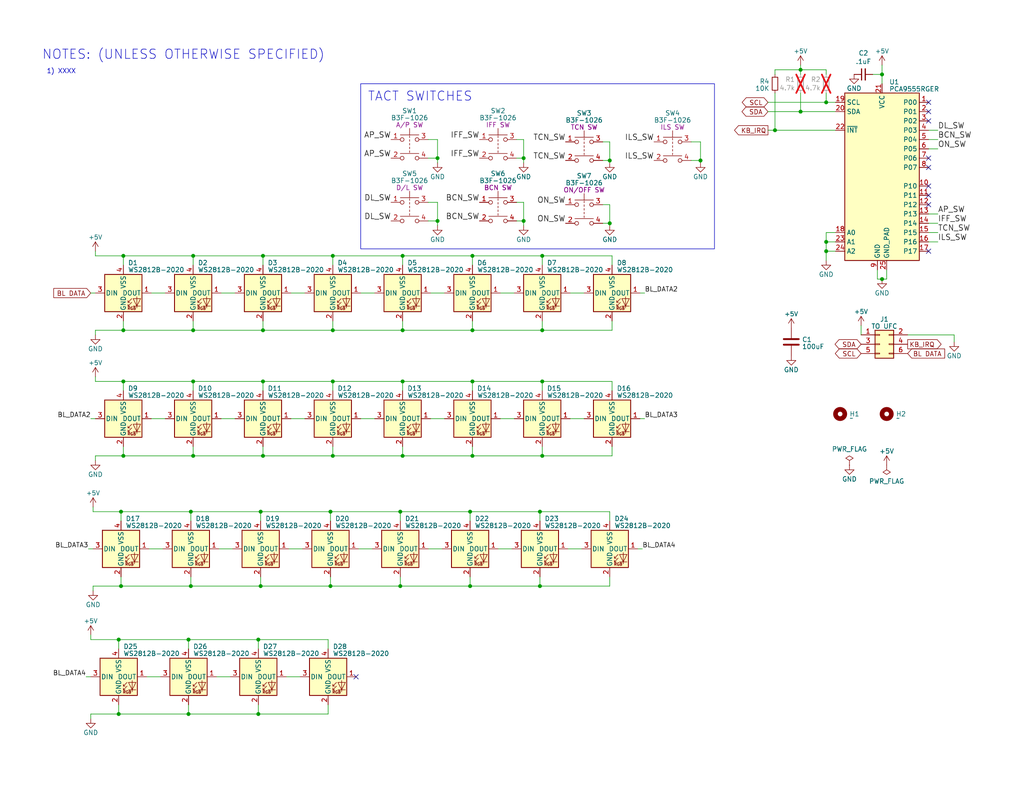
<source format=kicad_sch>
(kicad_sch (version 20231120) (generator "eeschema") (generator_version "8.0")
  (paper "A")
  (title_block (title "FUNCTION SELECT PCB") (date "2023-07-04") (rev "3") (company "WWW.OPENHORNET.COM") (comment 1 "CC BY-NC-SA"))
  (lib_symbols
    (symbol "Connector_Generic:Conn_02x03_Odd_Even" (pin_names (offset 1.016) hide)
      (property "Reference" "J" (at 1.27 5.08 0))
      (property "Value" "Conn_02x03_Odd_Even" (at 1.27 -5.08 0))
      (symbol "Conn_02x03_Odd_Even_1_1"
        (rectangle (start -1.27 -2.413) (end 0 -2.667) (stroke (width 0.1524)))
        (rectangle (start -1.27 0.127) (end 0 -0.127) (stroke (width 0.1524)))
        (rectangle (start -1.27 2.667) (end 0 2.413) (stroke (width 0.1524)))
        (rectangle (start -1.27 3.81) (end 3.81 -3.81) (stroke (width 0.254)) (fill (type background)))
        (rectangle (start 3.81 -2.413) (end 2.54 -2.667) (stroke (width 0.1524)))
        (rectangle (start 3.81 0.127) (end 2.54 -0.127) (stroke (width 0.1524)))
        (rectangle (start 3.81 2.667) (end 2.54 2.413) (stroke (width 0.1524)))
        (pin passive line (at -5.08 2.54 0) (length 3.81) (name "Pin_1") (number "1"))
        (pin passive line (at 7.62 2.54 180) (length 3.81) (name "Pin_2") (number "2"))
        (pin passive line (at -5.08 0 0) (length 3.81) (name "Pin_3") (number "3"))
        (pin passive line (at 7.62 0 180) (length 3.81) (name "Pin_4") (number "4"))
        (pin passive line (at -5.08 -2.54 0) (length 3.81) (name "Pin_5") (number "5"))
        (pin passive line (at 7.62 -2.54 180) (length 3.81) (name "Pin_6") (number "6"))
      )
    )
    (symbol "Device:C" (pin_numbers hide) (pin_names (offset 0.254))
      (property "Reference" "C" (at 0.635 2.54 0))
      (property "Value" "C" (at 0.635 -2.54 0))
      (symbol "C_0_1"
        (polyline (pts (xy -2.032 -0.762) (xy 2.032 -0.762)) (stroke (width 0.508)))
        (polyline (pts (xy -2.032 0.762) (xy 2.032 0.762)) (stroke (width 0.508)))
      )
      (symbol "C_1_1"
        (pin passive line (at 0 3.81 270) (length 2.794) (name "~") (number "1"))
        (pin passive line (at 0 -3.81 90) (length 2.794) (name "~") (number "2"))
      )
    )
    (symbol "Device:C_Small" (pin_numbers hide) (pin_names (offset 0.254) hide)
      (property "Reference" "C" (at 0.254 1.778 0))
      (property "Value" "C_Small" (at 0.254 -2.032 0))
      (symbol "C_Small_0_1"
        (polyline (pts (xy -1.524 -0.508) (xy 1.524 -0.508)) (stroke (width 0.3302)))
        (polyline (pts (xy -1.524 0.508) (xy 1.524 0.508)) (stroke (width 0.3048)))
      )
      (symbol "C_Small_1_1"
        (pin passive line (at 0 2.54 270) (length 2.032) (name "~") (number "1"))
        (pin passive line (at 0 -2.54 90) (length 2.032) (name "~") (number "2"))
      )
    )
    (symbol "Device:R_Small" (pin_numbers hide) (pin_names (offset 0.254) hide)
      (property "Reference" "R" (at 0.762 0.508 0))
      (property "Value" "R_Small" (at 0.762 -1.016 0))
      (symbol "R_Small_0_1"
        (rectangle (start -0.762 1.778) (end 0.762 -1.778) (stroke (width 0.2032)))
      )
      (symbol "R_Small_1_1"
        (pin passive line (at 0 2.54 270) (length 0.762) (name "~") (number "1"))
        (pin passive line (at 0 -2.54 90) (length 0.762) (name "~") (number "2"))
      )
    )
    (symbol "KiCadCustomLib:Omron_B3F-1026" (pin_names (offset 1.016) hide)
      (property "Reference" "SW" (at 1.27 2.54 0))
      (property "Value" "Omron_B3F-1026" (at 0 -6.858 0))
      (symbol "Omron_B3F-1026_0_1"
        (circle (center -2.032 -5.08) (radius 0.508))
        (circle (center -2.032 0) (radius 0.508))
        (polyline (pts (xy 0 -3.048) (xy 0 -3.556)))
        (polyline (pts (xy 0 -2.032) (xy 0 -2.54)))
        (polyline (pts (xy 0 -1.524) (xy 0 -1.016)))
        (polyline (pts (xy 0 -0.508) (xy 0 0)))
        (polyline (pts (xy 0 0.508) (xy 0 1.016)))
        (polyline (pts (xy 0 1.27) (xy 0 3.048)))
        (polyline (pts (xy 2.54 -3.81) (xy -2.54 -3.81)))
        (polyline (pts (xy 2.54 1.27) (xy -2.54 1.27)))
        (circle (center 2.032 -5.08) (radius 0.508))
        (circle (center 2.032 0) (radius 0.508))
        (pin passive line (at -5.08 0 0) (length 2.54) (name "1") (number "1"))
        (pin passive line (at -5.08 -5.08 0) (length 2.54) (name "2") (number "2"))
        (pin passive line (at 5.08 0 180) (length 2.54) (name "3") (number "3"))
        (pin passive line (at 5.08 -5.08 180) (length 2.54) (name "4") (number "4"))
      )
    )
    (symbol "KiCadCustomLib:PCA9555RGER"
      (property "Reference" "U" (at 8.89 26.67 0))
      (property "Value" "PCA9555RGER" (at 1.27 24.13 0))
      (symbol "PCA9555RGER_1_1"
        (rectangle (start -10.16 22.86) (end 10.16 -22.86) (stroke (width 0.254)) (fill (type background)))
        (pin bidirectional line (at 12.7 20.32 180) (length 2.54) (name "P00") (number "1"))
        (pin bidirectional line (at 12.7 -2.54 180) (length 2.54) (name "P10") (number "10"))
        (pin bidirectional line (at 12.7 -5.08 180) (length 2.54) (name "P11") (number "11"))
        (pin bidirectional line (at 12.7 -7.62 180) (length 2.54) (name "P12") (number "12"))
        (pin bidirectional line (at 12.7 -10.16 180) (length 2.54) (name "P13") (number "13"))
        (pin bidirectional line (at 12.7 -12.7 180) (length 2.54) (name "P14") (number "14"))
        (pin bidirectional line (at 12.7 -15.24 180) (length 2.54) (name "P15") (number "15"))
        (pin bidirectional line (at 12.7 -17.78 180) (length 2.54) (name "P16") (number "16"))
        (pin bidirectional line (at 12.7 -20.32 180) (length 2.54) (name "P17") (number "17"))
        (pin input line (at -12.7 -15.24 0) (length 2.54) (name "A0") (number "18"))
        (pin input line (at -12.7 20.32 0) (length 2.54) (name "SCL") (number "19"))
        (pin bidirectional line (at 12.7 17.78 180) (length 2.54) (name "P01") (number "2"))
        (pin bidirectional line (at -12.7 17.78 0) (length 2.54) (name "SDA") (number "20"))
        (pin power_in line (at 0 25.4 270) (length 2.54) (name "VCC") (number "21"))
        (pin open_collector line (at -12.7 12.7 0) (length 2.54) (name "~{INT}") (number "22"))
        (pin input line (at -12.7 -17.78 0) (length 2.54) (name "A1") (number "23"))
        (pin input line (at -12.7 -20.32 0) (length 2.54) (name "A2") (number "24"))
        (pin power_in line (at 1.27 -25.4 90) (length 2.54) (name "GND_PAD") (number "25"))
        (pin bidirectional line (at 12.7 15.24 180) (length 2.54) (name "P02") (number "3"))
        (pin bidirectional line (at 12.7 12.7 180) (length 2.54) (name "P03") (number "4"))
        (pin bidirectional line (at 12.7 10.16 180) (length 2.54) (name "P04") (number "5"))
        (pin bidirectional line (at 12.7 7.62 180) (length 2.54) (name "P05") (number "6"))
        (pin bidirectional line (at 12.7 5.08 180) (length 2.54) (name "P06") (number "7"))
        (pin bidirectional line (at 12.7 2.54 180) (length 2.54) (name "P07") (number "8"))
        (pin power_in line (at -1.27 -25.4 90) (length 2.54) (name "GND") (number "9"))
      )
    )
    (symbol "Mechanical:MountingHole" (pin_names (offset 1.016))
      (property "Reference" "H" (at 0 5.08 0))
      (property "Value" "MountingHole" (at 0 3.175 0))
      (symbol "MountingHole_0_1"
        (circle (center 0 0) (radius 1.27) (stroke (width 1.27)))
      )
    )
    (symbol "OH_Symbols:WS2812B-2020" (pin_names (offset 0.254))
      (property "Reference" "D" (at 5.08 5.715 0))
      (property "Value" "WS2812B-2020" (at 1.27 -5.715 0))
      (symbol "WS2812B-2020_0_0"
        (text "RGB" (at 2.286 -4.191 0) (effects (font (size 0.762 0.762))))
      )
      (symbol "WS2812B-2020_0_1"
        (polyline (pts (xy 1.27 -3.556) (xy 1.778 -3.556)))
        (polyline (pts (xy 1.27 -2.54) (xy 1.778 -2.54)))
        (polyline (pts (xy 4.699 -3.556) (xy 2.667 -3.556)))
        (polyline (pts (xy 2.286 -2.54) (xy 1.27 -3.556) (xy 1.27 -3.048)))
        (polyline (pts (xy 2.286 -1.524) (xy 1.27 -2.54) (xy 1.27 -2.032)))
        (polyline (pts (xy 3.683 -1.016) (xy 3.683 -3.556) (xy 3.683 -4.064)))
        (polyline (pts (xy 4.699 -1.524) (xy 2.667 -1.524) (xy 3.683 -3.556) (xy 4.699 -1.524)))
        (rectangle (start 5.08 5.08) (end -5.08 -5.08) (stroke (width 0.254)) (fill (type background)))
      )
      (symbol "WS2812B-2020_1_1"
        (pin output line (at 7.62 0 180) (length 2.54) (name "DOUT") (number "1"))
        (pin power_in line (at 0 -7.62 90) (length 2.54) (name "GND") (number "2"))
        (pin input line (at -7.62 0 0) (length 2.54) (name "DIN") (number "3"))
        (pin power_in line (at 0 7.62 270) (length 2.54) (name "VSS") (number "4"))
      )
    )
    (symbol "power:+5V" (power) (pin_names (offset 0))
      (property "Value" "+5V" (at 0 3.556 0))
      (symbol "+5V_0_1"
        (polyline (pts (xy -0.762 1.27) (xy 0 2.54)))
        (polyline (pts (xy 0 0) (xy 0 2.54)))
        (polyline (pts (xy 0 2.54) (xy 0.762 1.27)))
      )
      (symbol "+5V_1_1"
        (pin power_in line (at 0 0 90) (length 0) hide (name "+5V") (number "1"))
      )
    )
    (symbol "power:GND" (power) (pin_names (offset 0))
      (property "Value" "GND" (at 0 -3.81 0))
      (symbol "GND_0_1"
        (polyline (pts (xy 0 0) (xy 0 -1.27) (xy 1.27 -1.27) (xy 0 -2.54) (xy -1.27 -1.27) (xy 0 -1.27)))
      )
      (symbol "GND_1_1"
        (pin power_in line (at 0 0 270) (length 0) hide (name "GND") (number "1"))
      )
    )
    (symbol "power:PWR_FLAG" (power) (pin_numbers hide) (pin_names (offset 0) hide)
      (property "Value" "PWR_FLAG" (at 0 3.81 0))
      (symbol "PWR_FLAG_0_0"
        (pin power_out line (at 0 0 90) (length 0) (name "pwr") (number "1"))
      )
      (symbol "PWR_FLAG_0_1"
        (polyline (pts (xy 0 0) (xy 0 1.27) (xy -1.016 1.905) (xy 0 2.54) (xy 1.016 1.905) (xy 0 1.27)))
      )
    )
  )
  (junction (at 71.755 124.46))
  (junction (at 218.44 30.48))
  (junction (at 225.425 27.94))
  (junction (at 166.37 43.815))
  (junction (at 90.17 139.7))
  (junction (at 70.485 194.945))
  (junction (at 128.905 104.14))
  (junction (at 52.705 90.17))
  (junction (at 128.27 160.02))
  (junction (at 71.755 90.17))
  (junction (at 142.875 60.325))
  (junction (at 147.955 69.85))
  (junction (at 33.02 160.02))
  (junction (at 218.44 19.05))
  (junction (at 33.655 69.85))
  (junction (at 33.655 104.14))
  (junction (at 109.855 104.14))
  (junction (at 32.385 194.945))
  (junction (at 51.435 194.945))
  (junction (at 240.665 76.2))
  (junction (at 71.755 69.85))
  (junction (at 52.07 160.02))
  (junction (at 52.705 69.85))
  (junction (at 109.22 160.02))
  (junction (at 90.805 104.14))
  (junction (at 128.27 139.7))
  (junction (at 33.02 139.7))
  (junction (at 109.855 90.17))
  (junction (at 147.32 139.7))
  (junction (at 71.755 104.14))
  (junction (at 109.855 69.85))
  (junction (at 90.805 124.46))
  (junction (at 119.38 60.325))
  (junction (at 211.455 35.56))
  (junction (at 191.135 43.815))
  (junction (at 128.905 69.85))
  (junction (at 225.425 66.04))
  (junction (at 225.425 68.58))
  (junction (at 90.805 69.85))
  (junction (at 90.805 90.17))
  (junction (at 128.905 90.17))
  (junction (at 142.875 43.18))
  (junction (at 52.07 139.7))
  (junction (at 147.955 104.14))
  (junction (at 90.17 160.02))
  (junction (at 119.38 43.18))
  (junction (at 240.665 20.32))
  (junction (at 147.32 160.02))
  (junction (at 147.955 90.17))
  (junction (at 52.705 104.14))
  (junction (at 70.485 174.625))
  (junction (at 32.385 174.625))
  (junction (at 166.37 60.96))
  (junction (at 52.705 124.46))
  (junction (at 51.435 174.625))
  (junction (at 71.12 160.02))
  (junction (at 147.955 124.46))
  (junction (at 33.655 124.46))
  (junction (at 128.905 124.46))
  (junction (at 109.22 139.7))
  (junction (at 109.855 124.46))
  (junction (at 33.655 90.17))
  (junction (at 71.12 139.7))
  (no_connect (at 253.365 55.88))
  (no_connect (at 253.365 45.72))
  (no_connect (at 253.365 43.18))
  (no_connect (at 97.155 184.785))
  (no_connect (at 253.365 33.02))
  (no_connect (at 253.365 50.8))
  (no_connect (at 253.365 53.34))
  (no_connect (at 253.365 27.94))
  (no_connect (at 253.365 30.48))
  (no_connect (at 253.365 68.58))
  (wire (pts (xy 241.935 73.66) (xy 241.935 76.2)))
  (wire (pts (xy 253.365 58.42) (xy 255.905 58.42)))
  (wire (pts (xy 25.4 160.02) (xy 25.4 161.29)))
  (wire (pts (xy 142.875 44.45) (xy 142.875 43.18)))
  (wire (pts (xy 253.365 40.64) (xy 255.905 40.64)))
  (wire (pts (xy 260.35 93.345) (xy 260.35 91.44)))
  (wire (pts (xy 89.535 174.625) (xy 89.535 177.165)))
  (wire (pts (xy 26.035 124.46) (xy 33.655 124.46)))
  (wire (pts (xy 225.425 68.58) (xy 225.425 66.04)))
  (wire (pts (xy 191.135 38.735) (xy 188.595 38.735)))
  (wire (pts (xy 78.74 149.86) (xy 82.55 149.86)))
  (wire (pts (xy 174.625 114.3) (xy 175.895 114.3)))
  (wire (pts (xy 147.955 69.85) (xy 167.005 69.85)))
  (wire (pts (xy 26.035 69.85) (xy 33.655 69.85)))
  (wire (pts (xy 52.705 104.14) (xy 52.705 106.68)))
  (wire (pts (xy 147.955 104.14) (xy 167.005 104.14)))
  (wire (pts (xy 253.365 35.56) (xy 255.905 35.56)))
  (wire (pts (xy 128.905 124.46) (xy 147.955 124.46)))
  (wire (pts (xy 71.755 69.85) (xy 71.755 72.39)))
  (wire (pts (xy 32.385 174.625) (xy 32.385 177.165)))
  (wire (pts (xy 70.485 174.625) (xy 70.485 177.165)))
  (wire (pts (xy 59.055 184.785) (xy 62.865 184.785)))
  (wire (pts (xy 26.035 90.17) (xy 26.035 91.44)))
  (wire (pts (xy 135.89 149.86) (xy 139.7 149.86)))
  (wire (pts (xy 26.035 104.14) (xy 33.655 104.14)))
  (wire (pts (xy 32.385 174.625) (xy 51.435 174.625)))
  (wire (pts (xy 128.905 69.85) (xy 147.955 69.85)))
  (wire (pts (xy 119.38 55.245) (xy 116.84 55.245)))
  (wire (pts (xy 109.855 90.17) (xy 128.905 90.17)))
  (wire (pts (xy 209.55 30.48) (xy 218.44 30.48)))
  (wire (pts (xy 41.275 80.01) (xy 45.085 80.01)))
  (wire (pts (xy 90.805 104.14) (xy 90.805 106.68)))
  (wire (pts (xy 209.55 35.56) (xy 211.455 35.56)))
  (wire (pts (xy 40.005 184.785) (xy 43.815 184.785)))
  (wire (pts (xy 119.38 60.325) (xy 119.38 55.245)))
  (wire (pts (xy 70.485 194.945) (xy 89.535 194.945)))
  (wire (pts (xy 154.94 149.86) (xy 158.75 149.86)))
  (wire (pts (xy 90.805 69.85) (xy 90.805 72.39)))
  (wire (pts (xy 119.38 43.18) (xy 119.38 38.1)))
  (wire (pts (xy 147.955 104.14) (xy 147.955 106.68)))
  (wire (pts (xy 24.765 80.01) (xy 26.035 80.01)))
  (wire (pts (xy 147.32 157.48) (xy 147.32 160.02)))
  (wire (pts (xy 25.4 139.7) (xy 33.02 139.7)))
  (wire (pts (xy 239.395 73.66) (xy 239.395 76.2)))
  (wire (pts (xy 128.905 87.63) (xy 128.905 90.17)))
  (wire (pts (xy 33.655 69.85) (xy 33.655 72.39)))
  (wire (pts (xy 142.875 43.18) (xy 142.875 38.1)))
  (wire (pts (xy 25.4 138.43) (xy 25.4 139.7)))
  (wire (pts (xy 33.02 139.7) (xy 52.07 139.7)))
  (wire (pts (xy 240.665 20.32) (xy 240.665 17.78)))
  (wire (pts (xy 191.135 43.815) (xy 191.135 38.735)))
  (wire (pts (xy 147.955 69.85) (xy 147.955 72.39)))
  (wire (pts (xy 33.02 139.7) (xy 33.02 142.24)))
  (wire (pts (xy 90.17 160.02) (xy 109.22 160.02)))
  (wire (pts (xy 227.965 68.58) (xy 225.425 68.58)))
  (wire (pts (xy 116.84 60.325) (xy 119.38 60.325)))
  (wire (pts (xy 71.12 139.7) (xy 90.17 139.7)))
  (wire (pts (xy 109.855 69.85) (xy 128.905 69.85)))
  (wire (pts (xy 238.125 20.32) (xy 240.665 20.32)))
  (wire (pts (xy 70.485 174.625) (xy 89.535 174.625)))
  (wire (pts (xy 147.32 139.7) (xy 166.37 139.7)))
  (wire (pts (xy 59.69 149.86) (xy 63.5 149.86)))
  (wire (pts (xy 24.765 194.945) (xy 32.385 194.945)))
  (wire (pts (xy 155.575 80.01) (xy 159.385 80.01)))
  (wire (pts (xy 167.005 104.14) (xy 167.005 106.68)))
  (wire (pts (xy 109.22 139.7) (xy 109.22 142.24)))
  (wire (pts (xy 128.905 104.14) (xy 128.905 106.68)))
  (wire (pts (xy 97.79 149.86) (xy 101.6 149.86)))
  (wire (pts (xy 167.005 87.63) (xy 167.005 90.17)))
  (wire (pts (xy 225.425 20.32) (xy 225.425 19.05)))
  (wire (pts (xy 32.385 192.405) (xy 32.385 194.945)))
  (wire (pts (xy 128.27 157.48) (xy 128.27 160.02)))
  (wire (pts (xy 225.425 63.5) (xy 227.965 63.5)))
  (wire (pts (xy 240.665 76.2) (xy 241.935 76.2)))
  (wire (pts (xy 128.27 139.7) (xy 147.32 139.7)))
  (wire (pts (xy 90.17 139.7) (xy 90.17 142.24)))
  (wire (pts (xy 33.655 87.63) (xy 33.655 90.17)))
  (wire (pts (xy 253.365 63.5) (xy 255.905 63.5)))
  (wire (pts (xy 52.07 139.7) (xy 71.12 139.7)))
  (wire (pts (xy 166.37 60.96) (xy 166.37 55.88)))
  (wire (pts (xy 33.655 69.85) (xy 52.705 69.85)))
  (wire (pts (xy 166.37 38.735) (xy 166.37 43.815)))
  (wire (pts (xy 71.755 104.14) (xy 90.805 104.14)))
  (wire (pts (xy 142.875 38.1) (xy 140.97 38.1)))
  (wire (pts (xy 32.385 194.945) (xy 51.435 194.945)))
  (wire (pts (xy 24.765 114.3) (xy 26.035 114.3)))
  (wire (pts (xy 33.655 104.14) (xy 33.655 106.68)))
  (wire (pts (xy 98.425 114.3) (xy 102.235 114.3)))
  (wire (pts (xy 119.38 44.45) (xy 119.38 43.18)))
  (wire (pts (xy 166.37 43.815) (xy 166.37 44.45)))
  (wire (pts (xy 136.525 80.01) (xy 140.335 80.01)))
  (wire (pts (xy 51.435 174.625) (xy 51.435 177.165)))
  (wire (pts (xy 128.905 90.17) (xy 147.955 90.17)))
  (wire (pts (xy 188.595 43.815) (xy 191.135 43.815)))
  (wire (pts (xy 23.495 184.785) (xy 24.765 184.785)))
  (wire (pts (xy 109.22 160.02) (xy 128.27 160.02)))
  (wire (pts (xy 33.655 121.92) (xy 33.655 124.46)))
  (wire (pts (xy 116.84 43.18) (xy 119.38 43.18)))
  (wire (pts (xy 33.02 157.48) (xy 33.02 160.02)))
  (wire (pts (xy 52.705 121.92) (xy 52.705 124.46)))
  (wire (pts (xy 142.875 61.595) (xy 142.875 60.325)))
  (wire (pts (xy 26.035 102.87) (xy 26.035 104.14)))
  (wire (pts (xy 51.435 174.625) (xy 70.485 174.625)))
  (wire (pts (xy 90.805 87.63) (xy 90.805 90.17)))
  (wire (pts (xy 98.425 80.01) (xy 102.235 80.01)))
  (wire (pts (xy 128.905 69.85) (xy 128.905 72.39)))
  (wire (pts (xy 70.485 192.405) (xy 70.485 194.945)))
  (wire (pts (xy 167.005 121.92) (xy 167.005 124.46)))
  (wire (pts (xy 166.37 139.7) (xy 166.37 142.24)))
  (wire (pts (xy 52.07 157.48) (xy 52.07 160.02)))
  (wire (pts (xy 52.07 160.02) (xy 71.12 160.02)))
  (wire (pts (xy 33.655 124.46) (xy 52.705 124.46)))
  (wire (pts (xy 78.105 184.785) (xy 81.915 184.785)))
  (wire (pts (xy 60.325 80.01) (xy 64.135 80.01)))
  (wire (pts (xy 90.17 157.48) (xy 90.17 160.02)))
  (wire (pts (xy 109.855 121.92) (xy 109.855 124.46)))
  (wire (pts (xy 24.765 173.355) (xy 24.765 174.625)))
  (wire (pts (xy 225.425 66.04) (xy 227.965 66.04)))
  (wire (pts (xy 211.455 20.32) (xy 211.455 19.05)))
  (wire (pts (xy 90.805 104.14) (xy 109.855 104.14)))
  (wire (pts (xy 90.805 124.46) (xy 109.855 124.46)))
  (wire (pts (xy 90.805 121.92) (xy 90.805 124.46)))
  (wire (pts (xy 147.955 87.63) (xy 147.955 90.17)))
  (wire (pts (xy 225.425 71.12) (xy 225.425 68.58)))
  (wire (pts (xy 26.035 68.58) (xy 26.035 69.85)))
  (wire (pts (xy 218.44 25.4) (xy 218.44 30.48)))
  (wire (pts (xy 225.425 27.94) (xy 227.965 27.94)))
  (wire (pts (xy 211.455 35.56) (xy 227.965 35.56)))
  (wire (pts (xy 234.95 88.9) (xy 234.95 91.44)))
  (wire (pts (xy 51.435 194.945) (xy 70.485 194.945)))
  (wire (pts (xy 119.38 38.1) (xy 116.84 38.1)))
  (wire (pts (xy 71.12 160.02) (xy 90.17 160.02)))
  (wire (pts (xy 218.44 17.78) (xy 218.44 19.05)))
  (wire (pts (xy 24.765 174.625) (xy 32.385 174.625)))
  (wire (pts (xy 147.32 139.7) (xy 147.32 142.24)))
  (wire (pts (xy 166.37 55.88) (xy 164.465 55.88)))
  (wire (pts (xy 52.705 87.63) (xy 52.705 90.17)))
  (wire (pts (xy 109.855 69.85) (xy 109.855 72.39)))
  (wire (pts (xy 128.905 121.92) (xy 128.905 124.46)))
  (wire (pts (xy 128.27 139.7) (xy 128.27 142.24)))
  (wire (pts (xy 116.84 149.86) (xy 120.65 149.86)))
  (wire (pts (xy 166.37 61.595) (xy 166.37 60.96)))
  (wire (pts (xy 25.4 160.02) (xy 33.02 160.02)))
  (wire (pts (xy 218.44 19.05) (xy 225.425 19.05)))
  (wire (pts (xy 71.755 124.46) (xy 90.805 124.46)))
  (wire (pts (xy 52.07 139.7) (xy 52.07 142.24)))
  (wire (pts (xy 128.27 160.02) (xy 147.32 160.02)))
  (wire (pts (xy 166.37 38.735) (xy 164.465 38.735)))
  (wire (pts (xy 52.705 69.85) (xy 71.755 69.85)))
  (wire (pts (xy 142.875 55.245) (xy 140.97 55.245)))
  (wire (pts (xy 174.625 80.01) (xy 175.895 80.01)))
  (wire (pts (xy 209.55 27.94) (xy 225.425 27.94)))
  (wire (pts (xy 71.755 87.63) (xy 71.755 90.17)))
  (wire (pts (xy 173.99 149.86) (xy 175.26 149.86)))
  (wire (pts (xy 225.425 25.4) (xy 225.425 27.94)))
  (wire (pts (xy 33.02 160.02) (xy 52.07 160.02)))
  (wire (pts (xy 166.37 157.48) (xy 166.37 160.02)))
  (wire (pts (xy 164.465 43.815) (xy 166.37 43.815)))
  (wire (pts (xy 218.44 30.48) (xy 227.965 30.48)))
  (wire (pts (xy 147.32 160.02) (xy 166.37 160.02)))
  (wire (pts (xy 240.665 20.32) (xy 240.665 22.86)))
  (wire (pts (xy 211.455 19.05) (xy 218.44 19.05)))
  (wire (pts (xy 218.44 19.05) (xy 218.44 20.32)))
  (wire (pts (xy 109.855 104.14) (xy 109.855 106.68)))
  (wire (pts (xy 119.38 61.595) (xy 119.38 60.325)))
  (wire (pts (xy 40.64 149.86) (xy 44.45 149.86)))
  (wire (pts (xy 211.455 25.4) (xy 211.455 35.56)))
  (wire (pts (xy 142.875 60.325) (xy 142.875 55.245)))
  (wire (pts (xy 71.755 90.17) (xy 90.805 90.17)))
  (wire (pts (xy 239.395 76.2) (xy 240.665 76.2)))
  (wire (pts (xy 24.765 194.945) (xy 24.765 196.215)))
  (wire (pts (xy 109.855 87.63) (xy 109.855 90.17)))
  (wire (pts (xy 90.17 139.7) (xy 109.22 139.7)))
  (wire (pts (xy 41.275 114.3) (xy 45.085 114.3)))
  (wire (pts (xy 60.325 114.3) (xy 64.135 114.3)))
  (wire (pts (xy 117.475 80.01) (xy 121.285 80.01)))
  (wire (pts (xy 167.005 69.85) (xy 167.005 72.39)))
  (wire (pts (xy 191.135 44.45) (xy 191.135 43.815)))
  (wire (pts (xy 79.375 114.3) (xy 83.185 114.3)))
  (wire (pts (xy 140.97 60.325) (xy 142.875 60.325)))
  (wire (pts (xy 128.905 104.14) (xy 147.955 104.14)))
  (wire (pts (xy 109.855 124.46) (xy 128.905 124.46)))
  (wire (pts (xy 140.97 43.18) (xy 142.875 43.18)))
  (wire (pts (xy 147.955 124.46) (xy 167.005 124.46)))
  (wire (pts (xy 260.35 91.44) (xy 247.65 91.44)))
  (wire (pts (xy 117.475 114.3) (xy 121.285 114.3)))
  (wire (pts (xy 52.705 90.17) (xy 71.755 90.17)))
  (wire (pts (xy 52.705 124.46) (xy 71.755 124.46)))
  (wire (pts (xy 253.365 60.96) (xy 255.905 60.96)))
  (wire (pts (xy 26.035 124.46) (xy 26.035 125.73)))
  (wire (pts (xy 253.365 38.1) (xy 255.905 38.1)))
  (wire (pts (xy 71.12 157.48) (xy 71.12 160.02)))
  (wire (pts (xy 79.375 80.01) (xy 83.185 80.01)))
  (wire (pts (xy 24.13 149.86) (xy 25.4 149.86)))
  (wire (pts (xy 147.955 90.17) (xy 167.005 90.17)))
  (wire (pts (xy 147.955 121.92) (xy 147.955 124.46)))
  (wire (pts (xy 89.535 192.405) (xy 89.535 194.945)))
  (wire (pts (xy 71.755 104.14) (xy 71.755 106.68)))
  (wire (pts (xy 90.805 69.85) (xy 109.855 69.85)))
  (wire (pts (xy 164.465 60.96) (xy 166.37 60.96)))
  (wire (pts (xy 253.365 66.04) (xy 255.905 66.04)))
  (wire (pts (xy 52.705 104.14) (xy 71.755 104.14)))
  (wire (pts (xy 26.035 90.17) (xy 33.655 90.17)))
  (wire (pts (xy 33.655 90.17) (xy 52.705 90.17)))
  (wire (pts (xy 33.655 104.14) (xy 52.705 104.14)))
  (wire (pts (xy 71.12 139.7) (xy 71.12 142.24)))
  (wire (pts (xy 225.425 66.04) (xy 225.425 63.5)))
  (wire (pts (xy 52.705 69.85) (xy 52.705 72.39)))
  (wire (pts (xy 155.575 114.3) (xy 159.385 114.3)))
  (wire (pts (xy 136.525 114.3) (xy 140.335 114.3)))
  (wire (pts (xy 90.805 90.17) (xy 109.855 90.17)))
  (wire (pts (xy 109.22 157.48) (xy 109.22 160.02)))
  (wire (pts (xy 71.755 69.85) (xy 90.805 69.85)))
  (wire (pts (xy 109.22 139.7) (xy 128.27 139.7)))
  (wire (pts (xy 71.755 121.92) (xy 71.755 124.46)))
  (wire (pts (xy 51.435 192.405) (xy 51.435 194.945)))
  (wire (pts (xy 109.855 104.14) (xy 128.905 104.14)))
  (text_box "TACT SWITCHES" (at 98.425 22.86 0) (size 96.52 45.085) (effects (font (size 2.5 2.5)) (justify left top)))
  (text "NOTES: (UNLESS OTHERWISE SPECIFIED)" (at 11.43 16.51 0) (effects (font (size 2.54 2.54)) (justify left bottom)))
  (text "1) XXXX" (at 12.7 20.32 0) (effects (font (size 1.27 1.27)) (justify left bottom)))
  (label "BL_DATA2" (at 24.765 114.3 180))
  (label "DL_SW" (at 106.68 55.245 180) (effects (font (size 1.524 1.524))))
  (label "IFF_SW" (at 130.81 43.18 180) (effects (font (size 1.524 1.524))))
  (label "ON_SW" (at 255.905 40.64 0) (effects (font (size 1.524 1.524))))
  (label "BL_DATA4" (at 23.495 184.785 180))
  (label "BL_DATA2" (at 175.895 80.01 0))
  (label "BL_DATA3" (at 175.895 114.3 0))
  (label "ILS_SW" (at 178.435 38.735 180) (effects (font (size 1.524 1.524))))
  (label "TCN_SW" (at 154.305 43.815 180) (effects (font (size 1.524 1.524))))
  (label "IFF_SW" (at 130.81 38.1 180) (effects (font (size 1.524 1.524))))
  (label "IFF_SW" (at 255.905 60.96 0) (effects (font (size 1.524 1.524))))
  (label "BL_DATA4" (at 175.26 149.86 0))
  (label "AP_SW" (at 106.68 38.1 180) (effects (font (size 1.524 1.524))))
  (label "ILS_SW" (at 178.435 43.815 180) (effects (font (size 1.524 1.524))))
  (label "ON_SW" (at 154.305 55.88 180) (effects (font (size 1.524 1.524))))
  (label "BL_DATA3" (at 24.13 149.86 180))
  (label "BCN_SW" (at 255.905 38.1 0) (effects (font (size 1.524 1.524))))
  (label "AP_SW" (at 106.68 43.18 180) (effects (font (size 1.524 1.524))))
  (label "BCN_SW" (at 130.81 55.245 180) (effects (font (size 1.524 1.524))))
  (label "AP_SW" (at 255.905 58.42 0) (effects (font (size 1.524 1.524))))
  (label "ILS_SW" (at 255.905 66.04 0) (effects (font (size 1.524 1.524))))
  (label "TCN_SW" (at 154.305 38.735 180) (effects (font (size 1.524 1.524))))
  (label "DL_SW" (at 255.905 35.56 0) (effects (font (size 1.524 1.524))))
  (label "BCN_SW" (at 130.81 60.325 180) (effects (font (size 1.524 1.524))))
  (label "ON_SW" (at 154.305 60.96 180) (effects (font (size 1.524 1.524))))
  (label "TCN_SW" (at 255.905 63.5 0) (effects (font (size 1.524 1.524))))
  (label "DL_SW" (at 106.68 60.325 180) (effects (font (size 1.524 1.524))))
  (global_label "BL DATA" (shape input) (at 24.765 80.01 180) (property "Intersheetrefs" "${INTERSHEET_REFS}" (effects (hide yes))))
  (global_label "SDA" (shape bidirectional) (at 234.95 93.98 180) (property "Intersheetrefs" "${INTERSHEET_REFS}" (effects (hide yes))))
  (global_label "SCL" (shape bidirectional) (at 209.55 27.94 180) (property "Intersheetrefs" "${INTERSHEET_REFS}" (effects (hide yes))))
  (global_label "SCL" (shape bidirectional) (at 234.95 96.52 180) (property "Intersheetrefs" "${INTERSHEET_REFS}" (effects (hide yes))))
  (global_label "BL DATA" (shape input) (at 247.65 96.52 0) (property "Intersheetrefs" "${INTERSHEET_REFS}" (effects (hide yes))))
  (global_label "KB_IRQ" (shape output) (at 247.65 93.98 0) (property "Intersheetrefs" "${INTERSHEET_REFS}" (effects (hide yes))))
  (global_label "SDA" (shape bidirectional) (at 209.55 30.48 180) (property "Intersheetrefs" "${INTERSHEET_REFS}" (effects (hide yes))))
  (global_label "KB_IRQ" (shape output) (at 209.55 35.56 180) (property "Intersheetrefs" "${INTERSHEET_REFS}" (effects (hide yes))))
  (symbol (lib_id "power:PWR_FLAG") (at 231.775 127 0) (unit 1)
    (property "Reference" "#FLG0101" (effects (hide yes)))
    (property "Value" "PWR_FLAG" (at 231.775 122.6058 0))
  )
  (symbol (lib_id "power:GND") (at 231.775 127 0) (unit 1)
    (property "Reference" "#PWR0101" (effects (hide yes)))
    (property "Value" "GND" (at 231.775 130.81 0))
  )
  (symbol (lib_id "power:PWR_FLAG") (at 241.935 127 180) (unit 1)
    (property "Reference" "#FLG0102" (effects (hide yes)))
    (property "Value" "PWR_FLAG" (at 241.935 131.3942 0))
  )
  (symbol (lib_id "power:+5V") (at 241.935 127 0) (unit 1)
    (property "Reference" "#PWR0102" (effects (hide yes)))
    (property "Value" "+5V" (at 241.935 123.19 0))
  )
  (symbol (lib_id "Mechanical:MountingHole") (at 229.235 113.03 0) (unit 1)
    (property "Reference" "H1" (at 231.775 113.03 0) (effects (justify left)))
    (property "Value" "~" (at 231.775 114.173 0) (effects (justify left)))
    (property "Footprint" "OH_Footprints:MountingHole_3.2mm_M3_DIN965" (effects (hide yes)))
  )
  (symbol (lib_id "Mechanical:MountingHole") (at 241.935 113.03 0) (unit 1)
    (property "Reference" "H2" (at 244.475 113.03 0) (effects (justify left)))
    (property "Value" "~" (at 244.475 114.173 0) (effects (justify left)))
    (property "Footprint" "OH_Footprints:MountingHole_3.2mm_M3_DIN965" (effects (hide yes)))
  )
  (symbol (lib_id "power:GND") (at 25.4 161.29 0) (unit 1)
    (property "Reference" "#PWR05" (effects (hide yes)))
    (property "Value" "GND" (at 25.4 165.1 0))
  )
  (symbol (lib_id "OH_Symbols:WS2812B-2020") (at 70.485 184.785 0) (unit 1)
    (property "Reference" "D27" (at 71.755 176.53 0) (effects (justify left)))
    (property "Value" "WS2812B-2020" (at 71.755 178.435 0) (effects (justify left)))
    (property "Footprint" "OH_Footprints:LED_WS2812B-2020_PLCC4_2.0x2.0mm" (effects (hide yes)))
    (property "Datasheet" "https://www.mouser.com/pdfDocs/WS2812B-2020_V10_EN_181106150240761.pdf" (effects (hide yes)))
    (property "LCSC" "C965555" (effects (hide yes)))
    (property "Manufacturer PN" "WS2812B-2020" (effects (hide yes)))
  )
  (symbol (lib_id "power:+5V") (at 218.44 17.78 0) (unit 1)
    (property "Reference" "#PWR011" (effects (hide yes)))
    (property "Value" "+5V" (at 218.44 13.97 0) (effects (font (size 1.1938 1.1938))))
  )
  (symbol (lib_id "power:GND") (at 240.665 76.2 0) (unit 1)
    (property "Reference" "#PWR013" (effects (hide yes)))
    (property "Value" "GND" (at 240.665 80.01 0))
  )
  (symbol (lib_id "Connector_Generic:Conn_02x03_Odd_Even") (at 240.03 93.98 0) (unit 1)
    (property "Reference" "J1" (at 241.3 87.1601 0))
    (property "Value" "TO UFC" (at 241.3 89.0811 0))
    (property "Footprint" "Connector_PinHeader_2.54mm:PinHeader_2x03_P2.54mm_Vertical" (effects (hide yes)))
  )
  (symbol (lib_id "KiCadCustomLib:Omron_B3F-1026") (at 135.89 55.245 0) (unit 1)
    (property "Reference" "SW6" (at 135.89 47.3931 0))
    (property "Value" "B3F-1026" (at 135.89 49.3141 0))
    (property "Footprint" "OH_Footprints:Omron_B3F-1026" (effects (hide yes)))
    (property "Datasheet" "https://omronfs.omron.com/en_US/ecb/products/pdf/en-b3f.pdf" (effects (hide yes)))
    (property "PN" "B3F-1026" (effects (hide yes)))
    (property "Position" "BCN SW" (at 135.89 51.2351 0))
  )
  (symbol (lib_id "OH_Symbols:WS2812B-2020") (at 51.435 184.785 0) (unit 1)
    (property "Reference" "D26" (at 52.705 176.53 0) (effects (justify left)))
    (property "Value" "WS2812B-2020" (at 52.705 178.435 0) (effects (justify left)))
    (property "Footprint" "OH_Footprints:LED_WS2812B-2020_PLCC4_2.0x2.0mm" (effects (hide yes)))
    (property "Datasheet" "https://www.mouser.com/pdfDocs/WS2812B-2020_V10_EN_181106150240761.pdf" (effects (hide yes)))
    (property "LCSC" "C965555" (effects (hide yes)))
    (property "Manufacturer PN" "WS2812B-2020" (effects (hide yes)))
  )
  (symbol (lib_id "power:GND") (at 166.37 44.45 0) (unit 1)
    (property "Reference" "#PWR023" (effects (hide yes)))
    (property "Value" "GND" (at 166.37 48.26 0))
  )
  (symbol (lib_id "OH_Symbols:WS2812B-2020") (at 109.855 114.3 0) (unit 1)
    (property "Reference" "D13" (at 111.125 106.045 0) (effects (justify left)))
    (property "Value" "WS2812B-2020" (at 111.125 107.95 0) (effects (justify left)))
    (property "Footprint" "OH_Footprints:LED_WS2812B-2020_PLCC4_2.0x2.0mm" (effects (hide yes)))
    (property "Datasheet" "https://www.mouser.com/pdfDocs/WS2812B-2020_V10_EN_181106150240761.pdf" (effects (hide yes)))
    (property "LCSC" "C965555" (effects (hide yes)))
    (property "Manufacturer PN" "WS2812B-2020" (effects (hide yes)))
  )
  (symbol (lib_id "Device:R_Small") (at 225.425 22.86 0) (mirror x) (unit 1) (dnp yes)
    (property "Reference" "R2" (at 223.9264 21.6916 0) (effects (justify right)))
    (property "Value" "4.7k" (at 223.9264 24.003 0) (effects (justify right)))
    (property "Footprint" "Resistor_SMD:R_0603_1608Metric" (effects (hide yes)))
    (property "Datasheet" "https://datasheet.lcsc.com/lcsc/2206010116_UNI-ROYAL-Uniroyal-Elec-0603WAF4701T5E_C23162.pdf" (effects (hide yes)))
    (property "LCSC" "C23162" (effects (hide yes)))
    (property "PN" "0603WAF4701T5E" (effects (hide yes)))
  )
  (symbol (lib_id "OH_Symbols:WS2812B-2020") (at 128.27 149.86 0) (unit 1)
    (property "Reference" "D22" (at 129.54 141.605 0) (effects (justify left)))
    (property "Value" "WS2812B-2020" (at 129.54 143.51 0) (effects (justify left)))
    (property "Footprint" "OH_Footprints:LED_WS2812B-2020_PLCC4_2.0x2.0mm" (effects (hide yes)))
    (property "Datasheet" "https://www.mouser.com/pdfDocs/WS2812B-2020_V10_EN_181106150240761.pdf" (effects (hide yes)))
    (property "LCSC" "C965555" (effects (hide yes)))
    (property "Manufacturer PN" "WS2812B-2020" (effects (hide yes)))
  )
  (symbol (lib_id "OH_Symbols:WS2812B-2020") (at 52.705 80.01 0) (unit 1)
    (property "Reference" "D2" (at 53.975 71.755 0) (effects (justify left)))
    (property "Value" "WS2812B-2020" (at 53.975 73.66 0) (effects (justify left)))
    (property "Footprint" "OH_Footprints:LED_WS2812B-2020_PLCC4_2.0x2.0mm" (effects (hide yes)))
    (property "Datasheet" "https://www.mouser.com/pdfDocs/WS2812B-2020_V10_EN_181106150240761.pdf" (effects (hide yes)))
    (property "LCSC" "C965555" (effects (hide yes)))
    (property "Manufacturer PN" "WS2812B-2020" (effects (hide yes)))
  )
  (symbol (lib_id "power:GND") (at 191.135 44.45 0) (unit 1)
    (property "Reference" "#PWR024" (effects (hide yes)))
    (property "Value" "GND" (at 191.135 48.26 0))
  )
  (symbol (lib_id "OH_Symbols:WS2812B-2020") (at 167.005 80.01 0) (unit 1)
    (property "Reference" "D8" (at 168.275 71.755 0) (effects (justify left)))
    (property "Value" "WS2812B-2020" (at 168.275 73.66 0) (effects (justify left)))
    (property "Footprint" "OH_Footprints:LED_WS2812B-2020_PLCC4_2.0x2.0mm" (effects (hide yes)))
    (property "Datasheet" "https://www.mouser.com/pdfDocs/WS2812B-2020_V10_EN_181106150240761.pdf" (effects (hide yes)))
    (property "LCSC" "C965555" (effects (hide yes)))
    (property "Manufacturer PN" "WS2812B-2020" (effects (hide yes)))
  )
  (symbol (lib_id "power:+5V") (at 234.95 88.9 0) (unit 1)
    (property "Reference" "#PWR01" (effects (hide yes)))
    (property "Value" "+5V" (at 234.95 85.09 0) (effects (font (size 1.1938 1.1938))))
  )
  (symbol (lib_id "OH_Symbols:WS2812B-2020") (at 33.655 80.01 0) (unit 1)
    (property "Reference" "D1" (at 34.925 71.755 0) (effects (justify left)))
    (property "Value" "WS2812B-2020" (at 34.925 73.66 0) (effects (justify left)))
    (property "Footprint" "OH_Footprints:LED_WS2812B-2020_PLCC4_2.0x2.0mm" (effects (hide yes)))
    (property "Datasheet" "https://www.mouser.com/pdfDocs/WS2812B-2020_V10_EN_181106150240761.pdf" (effects (hide yes)))
    (property "LCSC" "C965555" (effects (hide yes)))
    (property "Manufacturer PN" "WS2812B-2020" (effects (hide yes)))
  )
  (symbol (lib_id "power:GND") (at 24.765 196.215 0) (unit 1)
    (property "Reference" "#PWR07" (effects (hide yes)))
    (property "Value" "GND" (at 24.765 200.025 0))
  )
  (symbol (lib_id "KiCadCustomLib:Omron_B3F-1026") (at 159.385 38.735 0) (unit 1)
    (property "Reference" "SW3" (at 159.385 30.8831 0))
    (property "Value" "B3F-1026" (at 159.385 32.8041 0))
    (property "Footprint" "OH_Footprints:Omron_B3F-1026" (effects (hide yes)))
    (property "Datasheet" "https://omronfs.omron.com/en_US/ecb/products/pdf/en-b3f.pdf" (effects (hide yes)))
    (property "PN" "B3F-1026" (effects (hide yes)))
    (property "Position" "TCN SW" (at 159.385 34.7251 0))
  )
  (symbol (lib_id "OH_Symbols:WS2812B-2020") (at 71.755 80.01 0) (unit 1)
    (property "Reference" "D3" (at 73.025 71.755 0) (effects (justify left)))
    (property "Value" "WS2812B-2020" (at 73.025 73.66 0) (effects (justify left)))
    (property "Footprint" "OH_Footprints:LED_WS2812B-2020_PLCC4_2.0x2.0mm" (effects (hide yes)))
    (property "Datasheet" "https://www.mouser.com/pdfDocs/WS2812B-2020_V10_EN_181106150240761.pdf" (effects (hide yes)))
    (property "LCSC" "C965555" (effects (hide yes)))
    (property "Manufacturer PN" "WS2812B-2020" (effects (hide yes)))
  )
  (symbol (lib_id "power:+5V") (at 240.665 17.78 0) (unit 1)
    (property "Reference" "#PWR09" (effects (hide yes)))
    (property "Value" "+5V" (at 240.665 13.97 0) (effects (font (size 1.1938 1.1938))))
  )
  (symbol (lib_id "OH_Symbols:WS2812B-2020") (at 167.005 114.3 0) (unit 1)
    (property "Reference" "D16" (at 168.275 106.045 0) (effects (justify left)))
    (property "Value" "WS2812B-2020" (at 168.275 107.95 0) (effects (justify left)))
    (property "Footprint" "OH_Footprints:LED_WS2812B-2020_PLCC4_2.0x2.0mm" (effects (hide yes)))
    (property "Datasheet" "https://www.mouser.com/pdfDocs/WS2812B-2020_V10_EN_181106150240761.pdf" (effects (hide yes)))
    (property "LCSC" "C965555" (effects (hide yes)))
    (property "Manufacturer PN" "WS2812B-2020" (effects (hide yes)))
  )
  (symbol (lib_id "power:GND") (at 225.425 71.12 0) (unit 1)
    (property "Reference" "#PWR012" (effects (hide yes)))
    (property "Value" "GND" (at 225.425 74.93 0))
  )
  (symbol (lib_id "KiCadCustomLib:Omron_B3F-1026") (at 159.385 55.88 0) (unit 1)
    (property "Reference" "SW7" (at 159.385 48.0281 0))
    (property "Value" "B3F-1026" (at 159.385 49.9491 0))
    (property "Footprint" "OH_Footprints:Omron_B3F-1026" (effects (hide yes)))
    (property "Datasheet" "https://omronfs.omron.com/en_US/ecb/products/pdf/en-b3f.pdf" (effects (hide yes)))
    (property "PN" "B3F-1026" (effects (hide yes)))
    (property "Position" "ON/OFF SW" (at 159.385 51.8701 0))
  )
  (symbol (lib_id "power:GND") (at 142.875 61.595 0) (unit 1)
    (property "Reference" "#PWR026" (effects (hide yes)))
    (property "Value" "GND" (at 142.875 65.405 0))
  )
  (symbol (lib_id "KiCadCustomLib:PCA9555RGER") (at 240.665 48.26 0) (unit 1)
    (property "Reference" "U1" (at 242.6209 22.3901 0) (effects (justify left)))
    (property "Value" "PCA9555RGER" (at 242.6209 24.3111 0) (effects (justify left)))
    (property "Footprint" "Package_DFN_QFN:VQFN-24-1EP_4x4mm_P0.5mm_EP2.45x2.45mm" (effects (hide yes)))
    (property "Datasheet" "https://www.ti.com/lit/ds/symlink/pca9555.pdf" (effects (hide yes)))
    (property "LCSC" "C2652275" (effects (hide yes)))
    (property "PN" "PCA9555RGER" (effects (hide yes)))
  )
  (symbol (lib_id "OH_Symbols:WS2812B-2020") (at 90.17 149.86 0) (unit 1)
    (property "Reference" "D20" (at 91.44 141.605 0) (effects (justify left)))
    (property "Value" "WS2812B-2020" (at 91.44 143.51 0) (effects (justify left)))
    (property "Footprint" "OH_Footprints:LED_WS2812B-2020_PLCC4_2.0x2.0mm" (effects (hide yes)))
    (property "Datasheet" "https://www.mouser.com/pdfDocs/WS2812B-2020_V10_EN_181106150240761.pdf" (effects (hide yes)))
    (property "LCSC" "C965555" (effects (hide yes)))
    (property "Manufacturer PN" "WS2812B-2020" (effects (hide yes)))
  )
  (symbol (lib_id "OH_Symbols:WS2812B-2020") (at 128.905 80.01 0) (unit 1)
    (property "Reference" "D6" (at 130.175 71.755 0) (effects (justify left)))
    (property "Value" "WS2812B-2020" (at 130.175 73.66 0) (effects (justify left)))
    (property "Footprint" "OH_Footprints:LED_WS2812B-2020_PLCC4_2.0x2.0mm" (effects (hide yes)))
    (property "Datasheet" "https://www.mouser.com/pdfDocs/WS2812B-2020_V10_EN_181106150240761.pdf" (effects (hide yes)))
    (property "LCSC" "C965555" (effects (hide yes)))
    (property "Manufacturer PN" "WS2812B-2020" (effects (hide yes)))
  )
  (symbol (lib_id "power:GND") (at 166.37 61.595 0) (unit 1)
    (property "Reference" "#PWR027" (effects (hide yes)))
    (property "Value" "GND" (at 166.37 65.405 0))
  )
  (symbol (lib_id "power:GND") (at 119.38 44.45 0) (unit 1)
    (property "Reference" "#PWR021" (effects (hide yes)))
    (property "Value" "GND" (at 119.38 48.26 0))
  )
  (symbol (lib_id "OH_Symbols:WS2812B-2020") (at 71.755 114.3 0) (unit 1)
    (property "Reference" "D11" (at 73.025 106.045 0) (effects (justify left)))
    (property "Value" "WS2812B-2020" (at 73.025 107.95 0) (effects (justify left)))
    (property "Footprint" "OH_Footprints:LED_WS2812B-2020_PLCC4_2.0x2.0mm" (effects (hide yes)))
    (property "Datasheet" "https://www.mouser.com/pdfDocs/WS2812B-2020_V10_EN_181106150240761.pdf" (effects (hide yes)))
    (property "LCSC" "C965555" (effects (hide yes)))
    (property "Manufacturer PN" "WS2812B-2020" (effects (hide yes)))
  )
  (symbol (lib_id "power:+5V") (at 215.9 89.535 0) (unit 1)
    (property "Reference" "#PWR019" (effects (hide yes)))
    (property "Value" "+5V" (at 215.9 85.725 0) (effects (font (size 1.1938 1.1938))))
  )
  (symbol (lib_id "power:GND") (at 215.9 97.155 0) (unit 1)
    (property "Reference" "#PWR020" (effects (hide yes)))
    (property "Value" "GND" (at 215.9 100.965 0))
  )
  (symbol (lib_id "OH_Symbols:WS2812B-2020") (at 128.905 114.3 0) (unit 1)
    (property "Reference" "D14" (at 130.175 106.045 0) (effects (justify left)))
    (property "Value" "WS2812B-2020" (at 130.175 107.95 0) (effects (justify left)))
    (property "Footprint" "OH_Footprints:LED_WS2812B-2020_PLCC4_2.0x2.0mm" (effects (hide yes)))
    (property "Datasheet" "https://www.mouser.com/pdfDocs/WS2812B-2020_V10_EN_181106150240761.pdf" (effects (hide yes)))
    (property "LCSC" "C965555" (effects (hide yes)))
    (property "Manufacturer PN" "WS2812B-2020" (effects (hide yes)))
  )
  (symbol (lib_id "Device:R_Small") (at 218.44 22.86 0) (unit 1) (dnp yes)
    (property "Reference" "R1" (at 216.9414 21.6916 0) (effects (justify right)))
    (property "Value" "4.7k" (at 216.9414 24.003 0) (effects (justify right)))
    (property "Footprint" "Resistor_SMD:R_0603_1608Metric" (effects (hide yes)))
    (property "Datasheet" "https://datasheet.lcsc.com/lcsc/2206010116_UNI-ROYAL-Uniroyal-Elec-0603WAF4701T5E_C23162.pdf" (effects (hide yes)))
    (property "LCSC" "C23162" (effects (hide yes)))
    (property "PN" "0603WAF4701T5E" (effects (hide yes)))
  )
  (symbol (lib_id "power:GND") (at 26.035 125.73 0) (unit 1)
    (property "Reference" "#PWR03" (effects (hide yes)))
    (property "Value" "GND" (at 26.035 129.54 0))
  )
  (symbol (lib_id "OH_Symbols:WS2812B-2020") (at 90.805 114.3 0) (unit 1)
    (property "Reference" "D12" (at 92.075 106.045 0) (effects (justify left)))
    (property "Value" "WS2812B-2020" (at 92.075 107.95 0) (effects (justify left)))
    (property "Footprint" "OH_Footprints:LED_WS2812B-2020_PLCC4_2.0x2.0mm" (effects (hide yes)))
    (property "Datasheet" "https://www.mouser.com/pdfDocs/WS2812B-2020_V10_EN_181106150240761.pdf" (effects (hide yes)))
    (property "LCSC" "C965555" (effects (hide yes)))
    (property "Manufacturer PN" "WS2812B-2020" (effects (hide yes)))
  )
  (symbol (lib_id "power:GND") (at 233.045 20.32 0) (unit 1)
    (property "Reference" "#PWR010" (effects (hide yes)))
    (property "Value" "GND" (at 233.045 24.13 0))
  )
  (symbol (lib_id "OH_Symbols:WS2812B-2020") (at 90.805 80.01 0) (unit 1)
    (property "Reference" "D4" (at 92.075 71.755 0) (effects (justify left)))
    (property "Value" "WS2812B-2020" (at 92.075 73.66 0) (effects (justify left)))
    (property "Footprint" "OH_Footprints:LED_WS2812B-2020_PLCC4_2.0x2.0mm" (effects (hide yes)))
    (property "Datasheet" "https://www.mouser.com/pdfDocs/WS2812B-2020_V10_EN_181106150240761.pdf" (effects (hide yes)))
    (property "LCSC" "C965555" (effects (hide yes)))
    (property "Manufacturer PN" "WS2812B-2020" (effects (hide yes)))
  )
  (symbol (lib_id "power:GND") (at 26.035 91.44 0) (unit 1)
    (property "Reference" "#PWR016" (effects (hide yes)))
    (property "Value" "GND" (at 26.035 95.25 0))
  )
  (symbol (lib_id "OH_Symbols:WS2812B-2020") (at 147.32 149.86 0) (unit 1)
    (property "Reference" "D23" (at 148.59 141.605 0) (effects (justify left)))
    (property "Value" "WS2812B-2020" (at 148.59 143.51 0) (effects (justify left)))
    (property "Footprint" "OH_Footprints:LED_WS2812B-2020_PLCC4_2.0x2.0mm" (effects (hide yes)))
    (property "Datasheet" "https://www.mouser.com/pdfDocs/WS2812B-2020_V10_EN_181106150240761.pdf" (effects (hide yes)))
    (property "LCSC" "C965555" (effects (hide yes)))
    (property "Manufacturer PN" "WS2812B-2020" (effects (hide yes)))
  )
  (symbol (lib_id "OH_Symbols:WS2812B-2020") (at 33.655 114.3 0) (unit 1)
    (property "Reference" "D9" (at 34.925 106.045 0) (effects (justify left)))
    (property "Value" "WS2812B-2020" (at 34.925 107.95 0) (effects (justify left)))
    (property "Footprint" "OH_Footprints:LED_WS2812B-2020_PLCC4_2.0x2.0mm" (effects (hide yes)))
    (property "Datasheet" "https://www.mouser.com/pdfDocs/WS2812B-2020_V10_EN_181106150240761.pdf" (effects (hide yes)))
    (property "LCSC" "C965555" (effects (hide yes)))
    (property "Manufacturer PN" "WS2812B-2020" (effects (hide yes)))
  )
  (symbol (lib_id "power:+5V") (at 26.035 68.58 0) (unit 1)
    (property "Reference" "#PWR015" (effects (hide yes)))
    (property "Value" "+5V" (at 26.035 64.77 0) (effects (font (size 1.1938 1.1938))))
  )
  (symbol (lib_id "KiCadCustomLib:Omron_B3F-1026") (at 111.76 38.1 0) (unit 1)
    (property "Reference" "SW1" (at 111.76 30.2481 0))
    (property "Value" "B3F-1026" (at 111.76 32.1691 0))
    (property "Footprint" "OH_Footprints:Omron_B3F-1026" (effects (hide yes)))
    (property "Datasheet" "https://omronfs.omron.com/en_US/ecb/products/pdf/en-b3f.pdf" (effects (hide yes)))
    (property "PN" "B3F-1026" (effects (hide yes)))
    (property "Position" "A/P SW" (at 111.76 34.0901 0))
  )
  (symbol (lib_id "KiCadCustomLib:Omron_B3F-1026") (at 135.89 38.1 0) (unit 1)
    (property "Reference" "SW2" (at 135.89 30.2481 0))
    (property "Value" "B3F-1026" (at 135.89 32.1691 0))
    (property "Footprint" "OH_Footprints:Omron_B3F-1026" (effects (hide yes)))
    (property "Datasheet" "https://omronfs.omron.com/en_US/ecb/products/pdf/en-b3f.pdf" (effects (hide yes)))
    (property "PN" "B3F-1026" (effects (hide yes)))
    (property "Position" "IFF SW" (at 135.89 34.0901 0))
  )
  (symbol (lib_id "OH_Symbols:WS2812B-2020") (at 109.22 149.86 0) (unit 1)
    (property "Reference" "D21" (at 110.49 141.605 0) (effects (justify left)))
    (property "Value" "WS2812B-2020" (at 110.49 143.51 0) (effects (justify left)))
    (property "Footprint" "OH_Footprints:LED_WS2812B-2020_PLCC4_2.0x2.0mm" (effects (hide yes)))
    (property "Datasheet" "https://www.mouser.com/pdfDocs/WS2812B-2020_V10_EN_181106150240761.pdf" (effects (hide yes)))
    (property "LCSC" "C965555" (effects (hide yes)))
    (property "Manufacturer PN" "WS2812B-2020" (effects (hide yes)))
  )
  (symbol (lib_id "OH_Symbols:WS2812B-2020") (at 147.955 114.3 0) (unit 1)
    (property "Reference" "D15" (at 149.225 106.045 0) (effects (justify left)))
    (property "Value" "WS2812B-2020" (at 149.225 107.95 0) (effects (justify left)))
    (property "Footprint" "OH_Footprints:LED_WS2812B-2020_PLCC4_2.0x2.0mm" (effects (hide yes)))
    (property "Datasheet" "https://www.mouser.com/pdfDocs/WS2812B-2020_V10_EN_181106150240761.pdf" (effects (hide yes)))
    (property "LCSC" "C965555" (effects (hide yes)))
    (property "Manufacturer PN" "WS2812B-2020" (effects (hide yes)))
  )
  (symbol (lib_id "Device:C") (at 215.9 93.345 0) (unit 1)
    (property "Reference" "C1" (at 218.821 92.7013 0) (effects (justify left)))
    (property "Value" "100uF" (at 218.821 94.6223 0) (effects (justify left)))
    (property "Footprint" "Capacitor_SMD:CP_Elec_6.3x5.4" (effects (hide yes)))
    (property "Datasheet" "https://jlcpcb.com/partdetail/HonorElec-CK1C101M0605/C2963046" (effects (hide yes)))
    (property "LCSC" "C2963046" (effects (hide yes)))
    (property "PN" "CK1C101M0605" (effects (hide yes)))
  )
  (symbol (lib_id "KiCadCustomLib:Omron_B3F-1026") (at 183.515 38.735 0) (unit 1)
    (property "Reference" "SW4" (at 183.515 30.8831 0))
    (property "Value" "B3F-1026" (at 183.515 32.8041 0))
    (property "Footprint" "OH_Footprints:Omron_B3F-1026" (effects (hide yes)))
    (property "Datasheet" "https://omronfs.omron.com/en_US/ecb/products/pdf/en-b3f.pdf" (effects (hide yes)))
    (property "PN" "B3F-1026" (effects (hide yes)))
    (property "Position" "ILS SW" (at 183.515 34.7251 0))
  )
  (symbol (lib_id "OH_Symbols:WS2812B-2020") (at 52.07 149.86 0) (unit 1)
    (property "Reference" "D18" (at 53.34 141.605 0) (effects (justify left)))
    (property "Value" "WS2812B-2020" (at 53.34 143.51 0) (effects (justify left)))
    (property "Footprint" "OH_Footprints:LED_WS2812B-2020_PLCC4_2.0x2.0mm" (effects (hide yes)))
    (property "Datasheet" "https://www.mouser.com/pdfDocs/WS2812B-2020_V10_EN_181106150240761.pdf" (effects (hide yes)))
    (property "LCSC" "C965555" (effects (hide yes)))
    (property "Manufacturer PN" "WS2812B-2020" (effects (hide yes)))
  )
  (symbol (lib_id "OH_Symbols:WS2812B-2020") (at 33.02 149.86 0) (unit 1)
    (property "Reference" "D17" (at 34.29 141.605 0) (effects (justify left)))
    (property "Value" "WS2812B-2020" (at 34.29 143.51 0) (effects (justify left)))
    (property "Footprint" "OH_Footprints:LED_WS2812B-2020_PLCC4_2.0x2.0mm" (effects (hide yes)))
    (property "Datasheet" "https://www.mouser.com/pdfDocs/WS2812B-2020_V10_EN_181106150240761.pdf" (effects (hide yes)))
    (property "LCSC" "C965555" (effects (hide yes)))
    (property "Manufacturer PN" "WS2812B-2020" (effects (hide yes)))
  )
  (symbol (lib_id "power:+5V") (at 24.765 173.355 0) (unit 1)
    (property "Reference" "#PWR06" (effects (hide yes)))
    (property "Value" "+5V" (at 24.765 169.545 0) (effects (font (size 1.1938 1.1938))))
  )
  (symbol (lib_id "OH_Symbols:WS2812B-2020") (at 166.37 149.86 0) (unit 1)
    (property "Reference" "D24" (at 167.64 141.605 0) (effects (justify left)))
    (property "Value" "WS2812B-2020" (at 167.64 143.51 0) (effects (justify left)))
    (property "Footprint" "OH_Footprints:LED_WS2812B-2020_PLCC4_2.0x2.0mm" (effects (hide yes)))
    (property "Datasheet" "https://www.mouser.com/pdfDocs/WS2812B-2020_V10_EN_181106150240761.pdf" (effects (hide yes)))
    (property "LCSC" "C965555" (effects (hide yes)))
    (property "Manufacturer PN" "WS2812B-2020" (effects (hide yes)))
  )
  (symbol (lib_id "KiCadCustomLib:Omron_B3F-1026") (at 111.76 55.245 0) (unit 1)
    (property "Reference" "SW5" (at 111.76 47.3931 0))
    (property "Value" "B3F-1026" (at 111.76 49.3141 0))
    (property "Footprint" "OH_Footprints:Omron_B3F-1026" (effects (hide yes)))
    (property "Datasheet" "https://omronfs.omron.com/en_US/ecb/products/pdf/en-b3f.pdf" (effects (hide yes)))
    (property "PN" "B3F-1026" (effects (hide yes)))
    (property "Position" "D/L SW" (at 111.76 51.2351 0))
  )
  (symbol (lib_id "OH_Symbols:WS2812B-2020") (at 109.855 80.01 0) (unit 1)
    (property "Reference" "D5" (at 111.125 71.755 0) (effects (justify left)))
    (property "Value" "WS2812B-2020" (at 111.125 73.66 0) (effects (justify left)))
    (property "Footprint" "OH_Footprints:LED_WS2812B-2020_PLCC4_2.0x2.0mm" (effects (hide yes)))
    (property "Datasheet" "https://www.mouser.com/pdfDocs/WS2812B-2020_V10_EN_181106150240761.pdf" (effects (hide yes)))
    (property "LCSC" "C965555" (effects (hide yes)))
    (property "Manufacturer PN" "WS2812B-2020" (effects (hide yes)))
  )
  (symbol (lib_id "power:+5V") (at 26.035 102.87 0) (unit 1)
    (property "Reference" "#PWR02" (effects (hide yes)))
    (property "Value" "+5V" (at 26.035 99.06 0) (effects (font (size 1.1938 1.1938))))
  )
  (symbol (lib_id "OH_Symbols:WS2812B-2020") (at 147.955 80.01 0) (unit 1)
    (property "Reference" "D7" (at 149.225 71.755 0) (effects (justify left)))
    (property "Value" "WS2812B-2020" (at 149.225 73.66 0) (effects (justify left)))
    (property "Footprint" "OH_Footprints:LED_WS2812B-2020_PLCC4_2.0x2.0mm" (effects (hide yes)))
    (property "Datasheet" "https://www.mouser.com/pdfDocs/WS2812B-2020_V10_EN_181106150240761.pdf" (effects (hide yes)))
    (property "LCSC" "C965555" (effects (hide yes)))
    (property "Manufacturer PN" "WS2812B-2020" (effects (hide yes)))
  )
  (symbol (lib_id "power:GND") (at 119.38 61.595 0) (unit 1)
    (property "Reference" "#PWR025" (effects (hide yes)))
    (property "Value" "GND" (at 119.38 65.405 0))
  )
  (symbol (lib_id "OH_Symbols:WS2812B-2020") (at 32.385 184.785 0) (unit 1)
    (property "Reference" "D25" (at 33.655 176.53 0) (effects (justify left)))
    (property "Value" "WS2812B-2020" (at 33.655 178.435 0) (effects (justify left)))
    (property "Footprint" "OH_Footprints:LED_WS2812B-2020_PLCC4_2.0x2.0mm" (effects (hide yes)))
    (property "Datasheet" "https://www.mouser.com/pdfDocs/WS2812B-2020_V10_EN_181106150240761.pdf" (effects (hide yes)))
    (property "LCSC" "C965555" (effects (hide yes)))
    (property "Manufacturer PN" "WS2812B-2020" (effects (hide yes)))
  )
  (symbol (lib_id "Device:C_Small") (at 235.585 20.32 90) (unit 1)
    (property "Reference" "C2" (at 235.585 14.5034 90))
    (property "Value" ".1uF" (at 235.585 16.8148 90))
    (property "Footprint" "Capacitor_SMD:C_0603_1608Metric" (effects (hide yes)))
    (property "Datasheet" "https://datasheet.lcsc.com/lcsc/1809301912_YAGEO-CC0603KRX7R9BB104_C14663.pdf" (effects (hide yes)))
    (property "LCSC" "C14663" (effects (hide yes)))
    (property "PN" "CC0603KRX7R9BB104" (effects (hide yes)))
  )
  (symbol (lib_id "power:GND") (at 142.875 44.45 0) (unit 1)
    (property "Reference" "#PWR022" (effects (hide yes)))
    (property "Value" "GND" (at 142.875 48.26 0))
  )
  (symbol (lib_id "Device:R_Small") (at 211.455 22.86 0) (mirror x) (unit 1)
    (property "Reference" "R4" (at 209.9564 22.2163 0) (effects (justify right)))
    (property "Value" "10K" (at 209.9564 24.1373 0) (effects (justify right)))
    (property "Footprint" "Resistor_SMD:R_0603_1608Metric" (effects (hide yes)))
    (property "Datasheet" "https://datasheet.lcsc.com/szlcsc/1811062009_UNI-ROYAL-Uniroyal-Elec-0603WAF1002T5E_C25804.pdf" (effects (hide yes)))
    (property "LCSC" "C25804" (effects (hide yes)))
    (property "PN" "0603WAF1002T5E" (effects (hide yes)))
  )
  (symbol (lib_id "OH_Symbols:WS2812B-2020") (at 71.12 149.86 0) (unit 1)
    (property "Reference" "D19" (at 72.39 141.605 0) (effects (justify left)))
    (property "Value" "WS2812B-2020" (at 72.39 143.51 0) (effects (justify left)))
    (property "Footprint" "OH_Footprints:LED_WS2812B-2020_PLCC4_2.0x2.0mm" (effects (hide yes)))
    (property "Datasheet" "https://www.mouser.com/pdfDocs/WS2812B-2020_V10_EN_181106150240761.pdf" (effects (hide yes)))
    (property "LCSC" "C965555" (effects (hide yes)))
    (property "Manufacturer PN" "WS2812B-2020" (effects (hide yes)))
  )
  (symbol (lib_id "power:+5V") (at 25.4 138.43 0) (unit 1)
    (property "Reference" "#PWR04" (effects (hide yes)))
    (property "Value" "+5V" (at 25.4 134.62 0) (effects (font (size 1.1938 1.1938))))
  )
  (symbol (lib_id "OH_Symbols:WS2812B-2020") (at 89.535 184.785 0) (unit 1)
    (property "Reference" "D28" (at 90.805 176.53 0) (effects (justify left)))
    (property "Value" "WS2812B-2020" (at 90.805 178.435 0) (effects (justify left)))
    (property "Footprint" "OH_Footprints:LED_WS2812B-2020_PLCC4_2.0x2.0mm" (effects (hide yes)))
    (property "Datasheet" "https://www.mouser.com/pdfDocs/WS2812B-2020_V10_EN_181106150240761.pdf" (effects (hide yes)))
    (property "LCSC" "C965555" (effects (hide yes)))
    (property "Manufacturer PN" "WS2812B-2020" (effects (hide yes)))
  )
  (symbol (lib_id "power:GND") (at 260.35 93.345 0) (unit 1)
    (property "Reference" "#PWR014" (effects (hide yes)))
    (property "Value" "GND" (at 260.35 97.155 0))
  )
  (symbol (lib_id "OH_Symbols:WS2812B-2020") (at 52.705 114.3 0) (unit 1)
    (property "Reference" "D10" (at 53.975 106.045 0) (effects (justify left)))
    (property "Value" "WS2812B-2020" (at 53.975 107.95 0) (effects (justify left)))
    (property "Footprint" "OH_Footprints:LED_WS2812B-2020_PLCC4_2.0x2.0mm" (effects (hide yes)))
    (property "Datasheet" "https://www.mouser.com/pdfDocs/WS2812B-2020_V10_EN_181106150240761.pdf" (effects (hide yes)))
    (property "LCSC" "C965555" (effects (hide yes)))
    (property "Manufacturer PN" "WS2812B-2020" (effects (hide yes)))
  )
)
</source>
